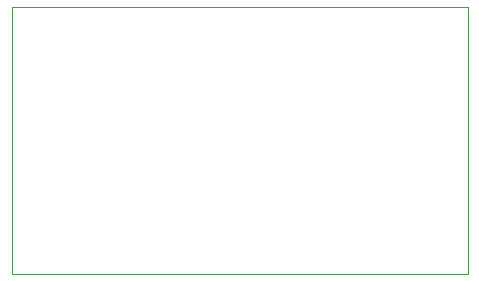
<source format=gbr>
G04 #@! TF.GenerationSoftware,KiCad,Pcbnew,5.1.5+dfsg1-2build2*
G04 #@! TF.CreationDate,2022-02-15T20:08:38+01:00*
G04 #@! TF.ProjectId,LIN_DISCO3,4c494e5f-4449-4534-934f-332e6b696361,rev?*
G04 #@! TF.SameCoordinates,Original*
G04 #@! TF.FileFunction,Profile,NP*
%FSLAX46Y46*%
G04 Gerber Fmt 4.6, Leading zero omitted, Abs format (unit mm)*
G04 Created by KiCad (PCBNEW 5.1.5+dfsg1-2build2) date 2022-02-15 20:08:38*
%MOMM*%
%LPD*%
G04 APERTURE LIST*
%ADD10C,0.050000*%
G04 APERTURE END LIST*
D10*
X159004000Y-58039000D02*
X155956000Y-58039000D01*
X155956000Y-80645000D02*
X155956000Y-58039000D01*
X159004000Y-80645000D02*
X155956000Y-80645000D01*
X194564000Y-80645000D02*
X194564000Y-58039000D01*
X159004000Y-80645000D02*
X194564000Y-80645000D01*
X194564000Y-58039000D02*
X159004000Y-58039000D01*
M02*

</source>
